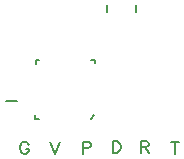
<source format=gto>
G04 DipTrace Beta 2.3.5.2*
%INsubMicroLRS.GTO*%
%MOIN*%
%ADD13C,0.008*%
%ADD37C,0.0062*%
%FSLAX44Y44*%
G04*
G70*
G90*
G75*
G01*
%LNTop TopSilk*%
%LPD*%
X1240Y4100D2*
D13*
Y4240D1*
Y4250D2*
X1350D1*
X3080D2*
X3210D1*
Y4150D1*
X3080Y2290D2*
X3200Y2410D1*
X1230Y2400D2*
Y2280D1*
X1360D1*
X240Y2870D2*
X630D1*
X3620Y6090D2*
Y5840D1*
X4580Y6090D2*
Y5830D1*
X1011Y1416D2*
D37*
X992Y1454D1*
X953Y1493D1*
X915Y1512D1*
X839D1*
X800Y1493D1*
X762Y1454D1*
X743Y1416D1*
X724Y1359D1*
Y1263D1*
X743Y1206D1*
X762Y1167D1*
X800Y1129D1*
X839Y1110D1*
X915D1*
X953Y1129D1*
X992Y1167D1*
X1011Y1206D1*
Y1263D1*
X915D1*
X1734Y1512D2*
X1887Y1110D1*
X2040Y1512D1*
X2814Y1311D2*
X2986D1*
X3043Y1330D1*
X3063Y1350D1*
X3082Y1388D1*
Y1445D1*
X3063Y1483D1*
X3043Y1503D1*
X2986Y1522D1*
X2814D1*
Y1120D1*
X4744Y1340D2*
X4916D1*
X4973Y1360D1*
X4993Y1379D1*
X5012Y1417D1*
Y1455D1*
X4993Y1493D1*
X4973Y1513D1*
X4916Y1532D1*
X4744D1*
Y1130D1*
X4878Y1340D2*
X5012Y1130D1*
X5878Y1502D2*
Y1100D1*
X5744Y1502D2*
X6012D1*
X3804Y1542D2*
Y1140D1*
X3938D1*
X3995Y1159D1*
X4034Y1197D1*
X4053Y1236D1*
X4072Y1293D1*
Y1389D1*
X4053Y1446D1*
X4034Y1484D1*
X3995Y1523D1*
X3938Y1542D1*
X3804D1*
M02*

</source>
